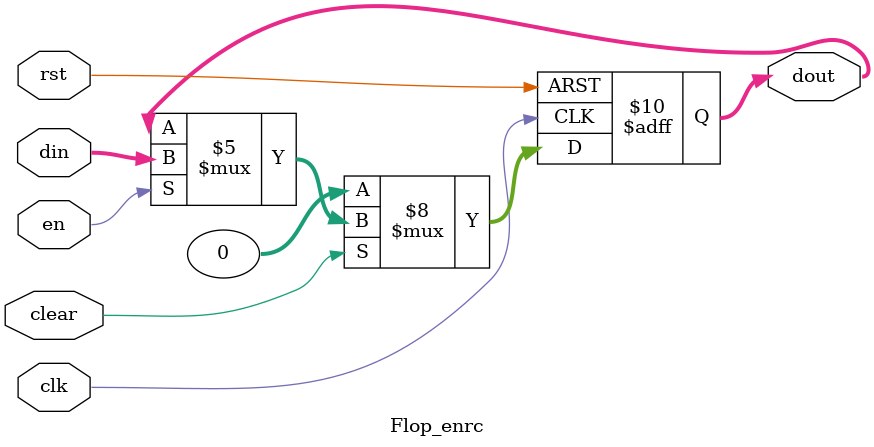
<source format=v>
`timescale 1ns / 1ps

module Flop_enrc #(parameter WIDTH = 32)(
	/*
		Ä£¿éÃû³Æ£ºFlop_enrc
		Ä£¿é¹¦ÄÜ£º´ø en¡¢rst¡¢clear µÄ D ´¥·¢Æ÷
		ÊäÈë¶Ë¿Ú£º
			clk			Ê±ÖÓÐÅºÅ
			en			Ê¹ÄÜÐÅºÅ¡£1-Õý³£¹¤×÷£¬0-Êä³ö±£³Ö²»±ä
			rst			¸´Î»ÐÅºÅ¡£1-Õý³£¹¤×÷£¬0-Êä³ö¸´Î»Îª 0
			clear 		Çå³ýÐÅºÅ¡£1-Õý³£¹¤×÷£¬0-Êä³öÇå³ýÎª 0
			din			ÊäÈë
		Êä³ö¶Ë¿Ú£º
			dout		Êä³ö
	*/

	input 									clk,
	input 									en,
	input 									rst,
	input 									clear,
	input 				[WIDTH - 1 : 0] 	din,

	output 		reg 	[WIDTH - 1 : 0] 	dout
	);


	always @ (posedge clk or negedge rst) begin
		if (!rst) 			dout <= 0;
		else if (!clear) 	dout <= 0;
		else if (en) 		dout <= din;
		else 				dout <= dout;
	end

endmodule
</source>
